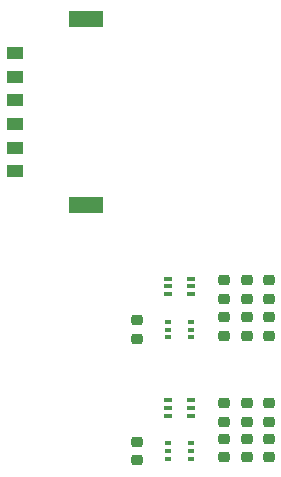
<source format=gbp>
%TF.GenerationSoftware,KiCad,Pcbnew,(6.0.4-0)*%
%TF.CreationDate,2022-05-09T11:38:03-07:00*%
%TF.ProjectId,solar-panel-side-X-minus,736f6c61-722d-4706-916e-656c2d736964,rev?*%
%TF.SameCoordinates,Original*%
%TF.FileFunction,Paste,Bot*%
%TF.FilePolarity,Positive*%
%FSLAX46Y46*%
G04 Gerber Fmt 4.6, Leading zero omitted, Abs format (unit mm)*
G04 Created by KiCad (PCBNEW (6.0.4-0)) date 2022-05-09 11:38:03*
%MOMM*%
%LPD*%
G01*
G04 APERTURE LIST*
G04 Aperture macros list*
%AMRoundRect*
0 Rectangle with rounded corners*
0 $1 Rounding radius*
0 $2 $3 $4 $5 $6 $7 $8 $9 X,Y pos of 4 corners*
0 Add a 4 corners polygon primitive as box body*
4,1,4,$2,$3,$4,$5,$6,$7,$8,$9,$2,$3,0*
0 Add four circle primitives for the rounded corners*
1,1,$1+$1,$2,$3*
1,1,$1+$1,$4,$5*
1,1,$1+$1,$6,$7*
1,1,$1+$1,$8,$9*
0 Add four rect primitives between the rounded corners*
20,1,$1+$1,$2,$3,$4,$5,0*
20,1,$1+$1,$4,$5,$6,$7,0*
20,1,$1+$1,$6,$7,$8,$9,0*
20,1,$1+$1,$8,$9,$2,$3,0*%
G04 Aperture macros list end*
%ADD10R,1.450000X1.100000*%
%ADD11R,2.900000X1.350000*%
%ADD12RoundRect,0.218750X0.256250X-0.218750X0.256250X0.218750X-0.256250X0.218750X-0.256250X-0.218750X0*%
%ADD13RoundRect,0.218750X-0.256250X0.218750X-0.256250X-0.218750X0.256250X-0.218750X0.256250X0.218750X0*%
%ADD14R,0.600000X0.400000*%
%ADD15R,0.650000X0.400000*%
G04 APERTURE END LIST*
D10*
%TO.C,J1*%
X121250000Y-54875000D03*
X121250000Y-56875000D03*
X121250000Y-58875000D03*
X121250000Y-60875000D03*
X121250000Y-62875000D03*
X121250000Y-64875000D03*
D11*
X127225000Y-51980000D03*
X127225000Y-67770000D03*
%TD*%
D12*
%TO.C,R12*%
X142758000Y-74085000D03*
X142758000Y-75660000D03*
%TD*%
%TO.C,R7*%
X131590000Y-87785000D03*
X131590000Y-89360000D03*
%TD*%
%TO.C,R8*%
X131590000Y-77499000D03*
X131590000Y-79074000D03*
%TD*%
D13*
%TO.C,R10*%
X138948000Y-78820000D03*
X138948000Y-77245000D03*
%TD*%
D12*
%TO.C,R11*%
X142758000Y-84508500D03*
X142758000Y-86083500D03*
%TD*%
D13*
%TO.C,R2*%
X138948000Y-75660000D03*
X138948000Y-74085000D03*
%TD*%
%TO.C,R1*%
X138948000Y-86083500D03*
X138948000Y-84508500D03*
%TD*%
D14*
%TO.C,Q3*%
X134196000Y-89222500D03*
X134196000Y-88572500D03*
X134196000Y-87922500D03*
X136096000Y-87922500D03*
X136096000Y-88572500D03*
X136096000Y-89222500D03*
%TD*%
%TO.C,Q4*%
X134196000Y-78936500D03*
X134196000Y-78286500D03*
X134196000Y-77636500D03*
X136096000Y-77636500D03*
X136096000Y-78286500D03*
X136096000Y-78936500D03*
%TD*%
D13*
%TO.C,C3*%
X142758000Y-78820000D03*
X142758000Y-77245000D03*
%TD*%
%TO.C,C2*%
X142758000Y-89106000D03*
X142758000Y-87531000D03*
%TD*%
D12*
%TO.C,R6*%
X140853000Y-77245000D03*
X140853000Y-78820000D03*
%TD*%
D15*
%TO.C,Q2*%
X134196000Y-75268500D03*
X134196000Y-74618500D03*
X134196000Y-73968500D03*
X136096000Y-73968500D03*
X136096000Y-74618500D03*
X136096000Y-75268500D03*
%TD*%
D13*
%TO.C,R5*%
X140853000Y-89106000D03*
X140853000Y-87531000D03*
%TD*%
D15*
%TO.C,Q1*%
X134196000Y-85554500D03*
X134196000Y-84904500D03*
X134196000Y-84254500D03*
X136096000Y-84254500D03*
X136096000Y-84904500D03*
X136096000Y-85554500D03*
%TD*%
D12*
%TO.C,R3*%
X140853000Y-84508500D03*
X140853000Y-86083500D03*
%TD*%
%TO.C,R4*%
X140853000Y-74085000D03*
X140853000Y-75660000D03*
%TD*%
%TO.C,R9*%
X138948000Y-89106000D03*
X138948000Y-87531000D03*
%TD*%
M02*

</source>
